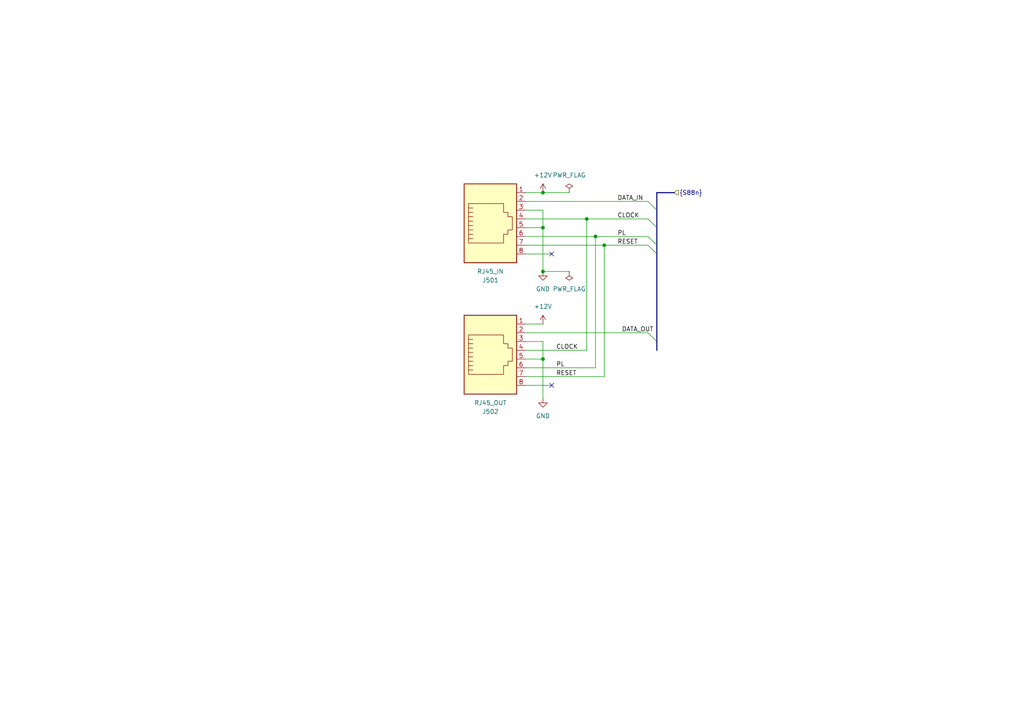
<source format=kicad_sch>
(kicad_sch (version 20231120) (generator "eeschema") (generator_version "8.0")
  (paper "A4")
  (lib_symbols
    (symbol "Connector:RJ45" (pin_names (offset 1.016))
      (property "Reference" "J" (at -5.08 13.97 0))
      (property "Value" "RJ45" (at 2.54 13.97 0))
      (symbol "RJ45_0_1"
        (polyline (pts (xy -5.08 4.445) (xy -6.35 4.445)))
        (polyline (pts (xy -5.08 5.715) (xy -6.35 5.715)))
        (polyline (pts (xy -6.35 -3.175) (xy -5.08 -3.175) (xy -5.08 -3.175)))
        (polyline (pts (xy -6.35 -1.905) (xy -5.08 -1.905) (xy -5.08 -1.905)))
        (polyline (pts (xy -6.35 -0.635) (xy -5.08 -0.635) (xy -5.08 -0.635)))
        (polyline (pts (xy -6.35 0.635) (xy -5.08 0.635) (xy -5.08 0.635)))
        (polyline (pts (xy -6.35 1.905) (xy -5.08 1.905) (xy -5.08 1.905)))
        (polyline (pts (xy -5.08 3.175) (xy -6.35 3.175) (xy -6.35 3.175)))
        (polyline (pts (xy -6.35 -4.445) (xy -6.35 6.985) (xy 3.81 6.985) (xy 3.81 4.445) (xy 5.08 4.445) (xy 5.08 3.175) (xy 6.35 3.175) (xy 6.35 -0.635) (xy 5.08 -0.635) (xy 5.08 -1.905) (xy 3.81 -1.905) (xy 3.81 -4.445) (xy -6.35 -4.445) (xy -6.35 -4.445)))
        (rectangle (start 7.62 12.7) (end -7.62 -10.16) (stroke (width 0.254)) (fill (type background)))
      )
      (symbol "RJ45_1_1"
        (pin passive line (at 10.16 -7.62 180) (length 2.54) (name "~") (number "1"))
        (pin passive line (at 10.16 -5.08 180) (length 2.54) (name "~") (number "2"))
        (pin passive line (at 10.16 -2.54 180) (length 2.54) (name "~") (number "3"))
        (pin passive line (at 10.16 0 180) (length 2.54) (name "~") (number "4"))
        (pin passive line (at 10.16 2.54 180) (length 2.54) (name "~") (number "5"))
        (pin passive line (at 10.16 5.08 180) (length 2.54) (name "~") (number "6"))
        (pin passive line (at 10.16 7.62 180) (length 2.54) (name "~") (number "7"))
        (pin passive line (at 10.16 10.16 180) (length 2.54) (name "~") (number "8"))
      )
    )
    (symbol "power:+12V" (power) (pin_numbers hide) (pin_names (offset 0) hide)
      (property "Value" "+12V" (at 0 3.556 0))
      (symbol "+12V_0_1"
        (polyline (pts (xy -0.762 1.27) (xy 0 2.54)))
        (polyline (pts (xy 0 0) (xy 0 2.54)))
        (polyline (pts (xy 0 2.54) (xy 0.762 1.27)))
      )
      (symbol "+12V_1_1"
        (pin power_in line (at 0 0 90) (length 0) (name "~") (number "1"))
      )
    )
    (symbol "power:GND" (power) (pin_names (offset 0))
      (property "Value" "GND" (at 0 -3.81 0))
      (symbol "GND_0_1"
        (polyline (pts (xy 0 0) (xy 0 -1.27) (xy 1.27 -1.27) (xy 0 -2.54) (xy -1.27 -1.27) (xy 0 -1.27)))
      )
      (symbol "GND_1_1"
        (pin power_in line (at 0 0 270) (length 0) hide (name "GND") (number "1"))
      )
    )
    (symbol "power:PWR_FLAG" (power) (pin_numbers hide) (pin_names (offset 0) hide)
      (property "Value" "PWR_FLAG" (at 0 3.81 0))
      (symbol "PWR_FLAG_0_0"
        (pin power_out line (at 0 0 90) (length 0) (name "pwr") (number "1"))
      )
      (symbol "PWR_FLAG_0_1"
        (polyline (pts (xy 0 0) (xy 0 1.27) (xy -1.016 1.905) (xy 0 2.54) (xy 1.016 1.905) (xy 0 1.27)))
      )
    )
  )
  (bus_alias "S88n" (members "DATA_IN" "DATA_OUT" "CLOCK" "PL" "RESET"))
  (junction (at 157.48 66.04))
  (junction (at 175.26 71.12))
  (junction (at 157.48 55.88))
  (junction (at 157.48 104.14))
  (junction (at 157.48 78.74))
  (junction (at 170.18 63.5))
  (junction (at 172.72 68.58))
  (no_connect (at 160.02 73.66))
  (no_connect (at 160.02 111.76))
  (bus_entry (at 187.96 68.58) (size 2.54 2.54))
  (bus_entry (at 187.96 71.12) (size 2.54 2.54))
  (bus_entry (at 187.96 96.52) (size 2.54 2.54))
  (bus_entry (at 187.96 63.5) (size 2.54 2.54))
  (bus_entry (at 187.96 58.42) (size 2.54 2.54))
  (wire (pts (xy 152.4 93.98) (xy 157.48 93.98)))
  (wire (pts (xy 152.4 73.66) (xy 160.02 73.66)))
  (wire (pts (xy 152.4 68.58) (xy 172.72 68.58)))
  (bus (pts (xy 190.5 60.96) (xy 190.5 55.88)))
  (wire (pts (xy 152.4 66.04) (xy 157.48 66.04)))
  (wire (pts (xy 157.48 78.74) (xy 165.1 78.74)))
  (wire (pts (xy 157.48 104.14) (xy 157.48 115.57)))
  (wire (pts (xy 152.4 60.96) (xy 157.48 60.96)))
  (wire (pts (xy 152.4 99.06) (xy 157.48 99.06)))
  (wire (pts (xy 175.26 71.12) (xy 175.26 109.22)))
  (wire (pts (xy 157.48 55.88) (xy 165.1 55.88)))
  (wire (pts (xy 152.4 96.52) (xy 187.96 96.52)))
  (wire (pts (xy 152.4 104.14) (xy 157.48 104.14)))
  (bus (pts (xy 190.5 99.06) (xy 190.5 73.66)))
  (wire (pts (xy 157.48 66.04) (xy 157.48 78.74)))
  (bus (pts (xy 190.5 101.6) (xy 190.5 99.06)))
  (wire (pts (xy 152.4 101.6) (xy 170.18 101.6)))
  (wire (pts (xy 170.18 63.5) (xy 187.96 63.5)))
  (wire (pts (xy 152.4 63.5) (xy 170.18 63.5)))
  (wire (pts (xy 172.72 68.58) (xy 187.96 68.58)))
  (wire (pts (xy 152.4 55.88) (xy 157.48 55.88)))
  (wire (pts (xy 170.18 63.5) (xy 170.18 101.6)))
  (bus (pts (xy 190.5 73.66) (xy 190.5 71.12)))
  (wire (pts (xy 157.48 99.06) (xy 157.48 104.14)))
  (wire (pts (xy 152.4 106.68) (xy 172.72 106.68)))
  (wire (pts (xy 152.4 109.22) (xy 175.26 109.22)))
  (wire (pts (xy 152.4 58.42) (xy 187.96 58.42)))
  (wire (pts (xy 157.48 60.96) (xy 157.48 66.04)))
  (bus (pts (xy 190.5 71.12) (xy 190.5 66.04)))
  (bus (pts (xy 190.5 66.04) (xy 190.5 60.96)))
  (wire (pts (xy 172.72 68.58) (xy 172.72 106.68)))
  (bus (pts (xy 190.5 55.88) (xy 195.58 55.88)))
  (wire (pts (xy 175.26 71.12) (xy 187.96 71.12)))
  (wire (pts (xy 152.4 111.76) (xy 160.02 111.76)))
  (wire (pts (xy 152.4 71.12) (xy 175.26 71.12)))
  (label "PL" (at 161.29 106.68 0))
  (label "PL" (at 179.07 68.58 0))
  (label "CLOCK" (at 161.29 101.6 0))
  (label "RESET" (at 161.29 109.22 0))
  (label "RESET" (at 179.07 71.12 0))
  (label "CLOCK" (at 179.07 63.5 0))
  (label "DATA_IN" (at 179.07 58.42 0))
  (label "DATA_OUT" (at 180.34 96.52 0))
  (hierarchical_label "{S88n}" (shape input) (at 195.58 55.88 0))
  (symbol (lib_id "power:GND") (at 157.48 78.74 0) (unit 1)
    (property "Reference" "#PWR0502" (effects (hide yes)))
    (property "Value" "GND" (at 157.48 83.82 0))
  )
  (symbol (lib_id "Connector:RJ45") (at 142.24 101.6 0) (mirror x) (unit 1)
    (property "Reference" "J502" (at 142.24 119.38 0))
    (property "Value" "RJ45_OUT" (at 142.24 116.84 0))
    (property "Footprint" "Connector_RJ:RJ45_Amphenol_54602-x08_Horizontal" (effects (hide yes)))
    (property "JLCPCB Part#" "C3000197" (effects (hide yes)))
  )
  (symbol (lib_id "power:GND") (at 157.48 115.57 0) (unit 1)
    (property "Reference" "#PWR0504" (effects (hide yes)))
    (property "Value" "GND" (at 157.48 120.65 0))
  )
  (symbol (lib_id "Connector:RJ45") (at 142.24 63.5 0) (mirror x) (unit 1)
    (property "Reference" "J501" (at 142.24 81.28 0))
    (property "Value" "RJ45_IN" (at 142.24 78.74 0))
    (property "Footprint" "Connector_RJ:RJ45_Amphenol_54602-x08_Horizontal" (effects (hide yes)))
    (property "JLCPCB Part#" "C3000197" (effects (hide yes)))
  )
  (symbol (lib_id "power:PWR_FLAG") (at 165.1 55.88 0) (unit 1)
    (property "Reference" "#FLG0501" (effects (hide yes)))
    (property "Value" "PWR_FLAG" (at 165.1 50.8 0))
  )
  (symbol (lib_id "power:+12V") (at 157.48 93.98 0) (unit 1)
    (property "Reference" "#PWR0503" (effects (hide yes)))
    (property "Value" "+12V" (at 157.48 88.9 0))
    (property "Description" "Power symbol creates a global label with name \"+12V\"" (effects (hide yes)))
  )
  (symbol (lib_id "power:+12V") (at 157.48 55.88 0) (unit 1)
    (property "Reference" "#PWR0501" (effects (hide yes)))
    (property "Value" "+12V" (at 157.48 50.8 0))
    (property "Description" "Power symbol creates a global label with name \"+12V\"" (effects (hide yes)))
  )
  (symbol (lib_id "power:PWR_FLAG") (at 165.1 78.74 180) (unit 1)
    (property "Reference" "#FLG0502" (effects (hide yes)))
    (property "Value" "PWR_FLAG" (at 165.1 83.82 0))
  )
)
</source>
